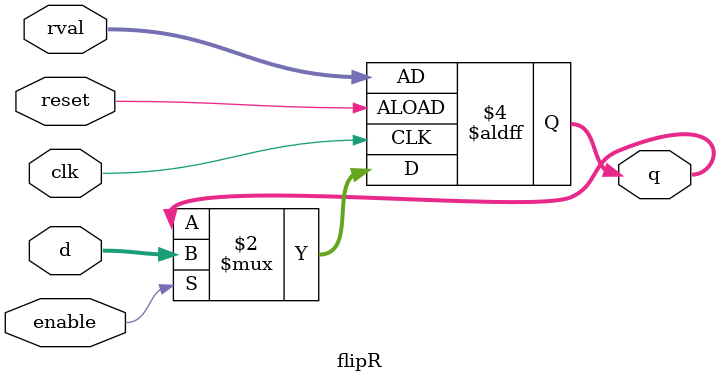
<source format=sv>
module flipR(input logic clk, reset,enable,
input logic [3:0] d, rval,
output logic [3:0] q);
always_ff @(posedge clk, posedge reset)
    if (reset) q<= rval;
    else if (enable) q<= d;
endmodule
</source>
